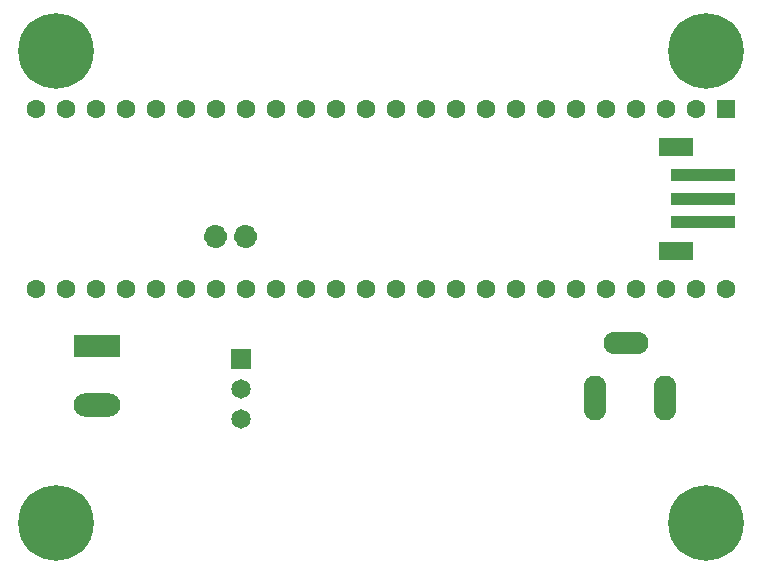
<source format=gbr>
%TF.GenerationSoftware,KiCad,Pcbnew,(5.1.8-0-10_14)*%
%TF.CreationDate,2021-03-11T12:17:02+11:00*%
%TF.ProjectId,Open-JIP(KiCad)_T3.6,4f70656e-2d4a-4495-9028-4b6943616429,rev?*%
%TF.SameCoordinates,Original*%
%TF.FileFunction,Soldermask,Bot*%
%TF.FilePolarity,Negative*%
%FSLAX46Y46*%
G04 Gerber Fmt 4.6, Leading zero omitted, Abs format (unit mm)*
G04 Created by KiCad (PCBNEW (5.1.8-0-10_14)) date 2021-03-11 12:17:02*
%MOMM*%
%LPD*%
G01*
G04 APERTURE LIST*
%ADD10C,1.000000*%
%ADD11C,1.600000*%
%ADD12R,1.600000X1.600000*%
%ADD13C,6.400000*%
%ADD14C,0.800000*%
%ADD15R,3.000000X1.600000*%
%ADD16R,5.500000X1.000000*%
%ADD17O,3.960000X1.980000*%
%ADD18R,3.960000X1.980000*%
%ADD19O,1.900000X3.800000*%
%ADD20O,3.800000X1.900000*%
%ADD21C,1.651000*%
%ADD22R,1.651000X1.651000*%
G04 APERTURE END LIST*
D10*
%TO.C,D2*%
X130010000Y-87700000D02*
G75*
G03*
X130010000Y-87700000I-500000J0D01*
G01*
X132550000Y-87700000D02*
G75*
G03*
X132550000Y-87700000I-500000J0D01*
G01*
%TD*%
D11*
%TO.C,U6*%
X172710000Y-92120000D03*
X170170000Y-92120000D03*
X167630000Y-92120000D03*
X165090000Y-92120000D03*
X162550000Y-92120000D03*
X160010000Y-92120000D03*
X157470000Y-92120000D03*
X154930000Y-92120000D03*
X152390000Y-92120000D03*
X149850000Y-92120000D03*
X147310000Y-92120000D03*
X144770000Y-92120000D03*
X142230000Y-92120000D03*
X139690000Y-92120000D03*
X137150000Y-92120000D03*
X134610000Y-92120000D03*
D12*
X172710000Y-76880000D03*
D11*
X170170000Y-76880000D03*
X167630000Y-76880000D03*
X165090000Y-76880000D03*
X162550000Y-76880000D03*
X160010000Y-76880000D03*
X157470000Y-76880000D03*
X154930000Y-76880000D03*
X152390000Y-76880000D03*
X149850000Y-76880000D03*
X147310000Y-76880000D03*
X144770000Y-76880000D03*
X142230000Y-76880000D03*
X132070000Y-92120000D03*
X129530000Y-92120000D03*
X126990000Y-92120000D03*
X124450000Y-92120000D03*
X121910000Y-92120000D03*
X119370000Y-92120000D03*
X116830000Y-92120000D03*
X114290000Y-92120000D03*
X114290000Y-76880000D03*
X116830000Y-76880000D03*
X119370000Y-76880000D03*
X121910000Y-76880000D03*
X139690000Y-76880000D03*
X137150000Y-76880000D03*
X134610000Y-76880000D03*
X124450000Y-76880000D03*
X126990000Y-76880000D03*
X129530000Y-76880000D03*
X132070000Y-76880000D03*
%TD*%
D13*
%TO.C,REF\u002A\u002A*%
X171000000Y-112000000D03*
D14*
X173400000Y-112000000D03*
X172697056Y-113697056D03*
X171000000Y-114400000D03*
X169302944Y-113697056D03*
X168600000Y-112000000D03*
X169302944Y-110302944D03*
X171000000Y-109600000D03*
X172697056Y-110302944D03*
%TD*%
D13*
%TO.C,REF\u002A\u002A*%
X116000000Y-112000000D03*
D14*
X118400000Y-112000000D03*
X117697056Y-113697056D03*
X116000000Y-114400000D03*
X114302944Y-113697056D03*
X113600000Y-112000000D03*
X114302944Y-110302944D03*
X116000000Y-109600000D03*
X117697056Y-110302944D03*
%TD*%
D13*
%TO.C,REF\u002A\u002A*%
X171000000Y-72000000D03*
D14*
X173400000Y-72000000D03*
X172697056Y-73697056D03*
X171000000Y-74400000D03*
X169302944Y-73697056D03*
X168600000Y-72000000D03*
X169302944Y-70302944D03*
X171000000Y-69600000D03*
X172697056Y-70302944D03*
%TD*%
D13*
%TO.C,REF\u002A\u002A*%
X116000000Y-72000000D03*
D14*
X118400000Y-72000000D03*
X117697056Y-73697056D03*
X116000000Y-74400000D03*
X114302944Y-73697056D03*
X113600000Y-72000000D03*
X114302944Y-70302944D03*
X116000000Y-69600000D03*
X117697056Y-70302944D03*
%TD*%
D15*
%TO.C,J4*%
X168525000Y-80100000D03*
X168525000Y-88900000D03*
D16*
X170775000Y-86500000D03*
X170775000Y-84500000D03*
X170775000Y-82500000D03*
%TD*%
D17*
%TO.C,J3*%
X119500000Y-102000000D03*
D18*
X119500000Y-97000000D03*
%TD*%
D19*
%TO.C,J2*%
X161620000Y-101400000D03*
X167550000Y-101400000D03*
D20*
X164300000Y-96750000D03*
%TD*%
D21*
%TO.C,CR1*%
X131700000Y-103180000D03*
X131700000Y-100640000D03*
D22*
X131700000Y-98100000D03*
%TD*%
M02*

</source>
